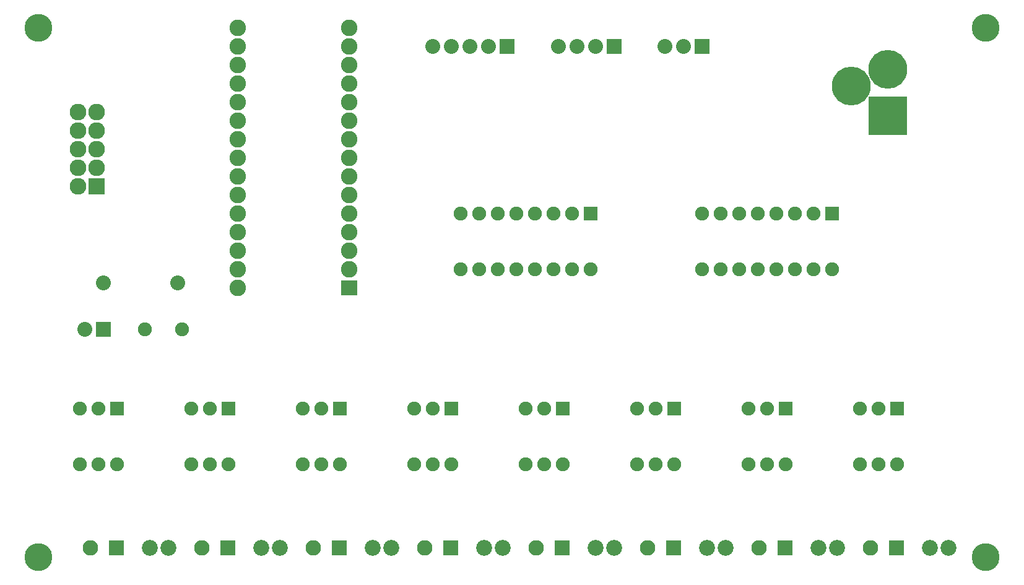
<source format=gts>
G04 (created by PCBNEW (2013-jul-07)-stable) date Wed 25 Oct 2017 08:44:38 AM PDT*
%MOIN*%
G04 Gerber Fmt 3.4, Leading zero omitted, Abs format*
%FSLAX34Y34*%
G01*
G70*
G90*
G04 APERTURE LIST*
%ADD10C,0.00590551*%
%ADD11R,0.08X0.08*%
%ADD12C,0.08*%
%ADD13R,0.089X0.08*%
%ADD14C,0.089*%
%ADD15C,0.075*%
%ADD16R,0.075X0.075*%
%ADD17R,0.09X0.09*%
%ADD18C,0.09*%
%ADD19C,0.15*%
%ADD20R,0.083X0.083*%
%ADD21C,0.083*%
%ADD22C,0.209*%
%ADD23R,0.209X0.209*%
%ADD24C,0.086*%
G04 APERTURE END LIST*
G54D10*
G54D11*
X61750Y-21500D03*
G54D12*
X60750Y-21500D03*
X59750Y-21500D03*
X58750Y-21500D03*
G54D13*
X47500Y-34500D03*
G54D14*
X47500Y-33500D03*
X47500Y-32500D03*
X47500Y-31500D03*
X47500Y-30500D03*
X47500Y-29500D03*
X47500Y-28500D03*
X47500Y-27500D03*
X47500Y-26500D03*
X47500Y-25500D03*
X47500Y-24500D03*
X47500Y-23500D03*
X47500Y-22500D03*
X47500Y-21500D03*
X47500Y-20500D03*
X41500Y-20500D03*
X41500Y-21500D03*
X41500Y-22500D03*
X41500Y-23500D03*
X41500Y-24500D03*
X41500Y-25500D03*
X41500Y-26500D03*
X41500Y-27500D03*
X41500Y-28500D03*
X41500Y-29500D03*
X41500Y-30500D03*
X41500Y-31500D03*
X41500Y-32500D03*
X41500Y-33500D03*
X41500Y-34500D03*
G54D15*
X36500Y-36750D03*
X38500Y-36750D03*
G54D16*
X60500Y-30500D03*
G54D15*
X59500Y-30500D03*
X58500Y-30500D03*
X57500Y-30500D03*
X56500Y-30500D03*
X55500Y-30500D03*
X54500Y-30500D03*
X53500Y-30500D03*
X53500Y-33500D03*
X54500Y-33500D03*
X55500Y-33500D03*
X56500Y-33500D03*
X57500Y-33500D03*
X58500Y-33500D03*
X59500Y-33500D03*
X60500Y-33500D03*
G54D16*
X73500Y-30500D03*
G54D15*
X72500Y-30500D03*
X71500Y-30500D03*
X70500Y-30500D03*
X69500Y-30500D03*
X68500Y-30500D03*
X67500Y-30500D03*
X66500Y-30500D03*
X66500Y-33500D03*
X67500Y-33500D03*
X68500Y-33500D03*
X69500Y-33500D03*
X70500Y-33500D03*
X71500Y-33500D03*
X72500Y-33500D03*
X73500Y-33500D03*
G54D11*
X34250Y-36750D03*
G54D12*
X33250Y-36750D03*
G54D11*
X66500Y-21500D03*
G54D12*
X65500Y-21500D03*
X64500Y-21500D03*
X38250Y-34250D03*
X34250Y-34250D03*
G54D17*
X33900Y-29050D03*
G54D18*
X32900Y-29050D03*
X33900Y-28050D03*
X32900Y-28050D03*
X33900Y-27050D03*
X32900Y-27050D03*
X33900Y-26050D03*
X32900Y-26050D03*
X33900Y-25050D03*
X32900Y-25050D03*
G54D19*
X30750Y-49000D03*
X81750Y-20500D03*
X81750Y-49000D03*
X30750Y-20500D03*
G54D16*
X35000Y-41000D03*
G54D15*
X34000Y-41000D03*
X33000Y-41000D03*
X33000Y-44000D03*
X34000Y-44000D03*
X35000Y-44000D03*
G54D16*
X41000Y-41000D03*
G54D15*
X40000Y-41000D03*
X39000Y-41000D03*
X39000Y-44000D03*
X40000Y-44000D03*
X41000Y-44000D03*
G54D16*
X47000Y-41000D03*
G54D15*
X46000Y-41000D03*
X45000Y-41000D03*
X45000Y-44000D03*
X46000Y-44000D03*
X47000Y-44000D03*
G54D16*
X53000Y-41000D03*
G54D15*
X52000Y-41000D03*
X51000Y-41000D03*
X51000Y-44000D03*
X52000Y-44000D03*
X53000Y-44000D03*
G54D16*
X59000Y-41000D03*
G54D15*
X58000Y-41000D03*
X57000Y-41000D03*
X57000Y-44000D03*
X58000Y-44000D03*
X59000Y-44000D03*
G54D16*
X65000Y-41000D03*
G54D15*
X64000Y-41000D03*
X63000Y-41000D03*
X63000Y-44000D03*
X64000Y-44000D03*
X65000Y-44000D03*
G54D16*
X71000Y-41000D03*
G54D15*
X70000Y-41000D03*
X69000Y-41000D03*
X69000Y-44000D03*
X70000Y-44000D03*
X71000Y-44000D03*
G54D16*
X77000Y-41000D03*
G54D15*
X76000Y-41000D03*
X75000Y-41000D03*
X75000Y-44000D03*
X76000Y-44000D03*
X77000Y-44000D03*
G54D20*
X34939Y-48500D03*
G54D21*
X33561Y-48500D03*
G54D20*
X40939Y-48500D03*
G54D21*
X39561Y-48500D03*
G54D20*
X46939Y-48500D03*
G54D21*
X45561Y-48500D03*
G54D20*
X52939Y-48500D03*
G54D21*
X51561Y-48500D03*
G54D20*
X58939Y-48500D03*
G54D21*
X57561Y-48500D03*
G54D20*
X64939Y-48500D03*
G54D21*
X63561Y-48500D03*
G54D20*
X70939Y-48500D03*
G54D21*
X69561Y-48500D03*
G54D20*
X76939Y-48500D03*
G54D21*
X75561Y-48500D03*
G54D11*
X56000Y-21500D03*
G54D12*
X55000Y-21500D03*
X54000Y-21500D03*
X53000Y-21500D03*
X52000Y-21500D03*
G54D22*
X76500Y-22750D03*
G54D23*
X76500Y-25230D03*
G54D22*
X74531Y-23650D03*
G54D24*
X49750Y-48500D03*
X48750Y-48500D03*
X55750Y-48500D03*
X54750Y-48500D03*
X37750Y-48500D03*
X36750Y-48500D03*
X43750Y-48500D03*
X42750Y-48500D03*
X61750Y-48500D03*
X60750Y-48500D03*
X73750Y-48500D03*
X72750Y-48500D03*
X67750Y-48500D03*
X66750Y-48500D03*
X79750Y-48500D03*
X78750Y-48500D03*
M02*

</source>
